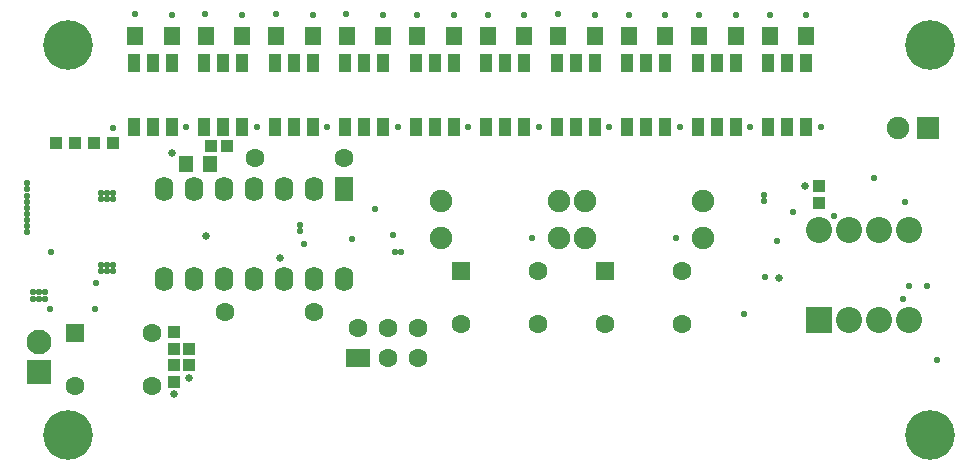
<source format=gts>
G04*
G04 #@! TF.GenerationSoftware,Altium Limited,Altium Designer,23.5.1 (21)*
G04*
G04 Layer_Color=8388736*
%FSLAX25Y25*%
%MOIN*%
G70*
G04*
G04 #@! TF.SameCoordinates,DE79A155-BC9A-472D-AE6B-8F39F035A5D6*
G04*
G04*
G04 #@! TF.FilePolarity,Negative*
G04*
G01*
G75*
%ADD24R,0.03950X0.03950*%
%ADD25R,0.04737X0.05721*%
%ADD26R,0.03950X0.03950*%
%ADD27R,0.04331X0.04134*%
%ADD28R,0.04331X0.06299*%
%ADD29R,0.05512X0.06299*%
%ADD30R,0.08268X0.06299*%
%ADD31C,0.06299*%
%ADD32O,0.06299X0.08268*%
%ADD33R,0.06299X0.08268*%
%ADD34C,0.16535*%
%ADD35C,0.06331*%
%ADD36R,0.06331X0.06331*%
%ADD37R,0.08268X0.08268*%
%ADD38C,0.08268*%
%ADD39C,0.08674*%
%ADD40R,0.08674X0.08674*%
%ADD41C,0.07480*%
%ADD42R,0.07480X0.07480*%
%ADD43C,0.02165*%
%ADD44C,0.02572*%
D24*
X35484Y23161D02*
D03*
Y17650D02*
D03*
Y34284D02*
D03*
Y28772D02*
D03*
X40522Y23260D02*
D03*
Y28772D02*
D03*
X250356Y82961D02*
D03*
Y77449D02*
D03*
D25*
X47397Y90271D02*
D03*
X39523D02*
D03*
D26*
X53224Y96433D02*
D03*
X47713D02*
D03*
D27*
X8898Y97441D02*
D03*
X15197Y97441D02*
D03*
X-3799Y97441D02*
D03*
X2500D02*
D03*
D28*
X45527Y102626D02*
D03*
X51827D02*
D03*
X58126D02*
D03*
Y123886D02*
D03*
X51827D02*
D03*
X45527D02*
D03*
X22027D02*
D03*
X28327D02*
D03*
X34626D02*
D03*
Y102626D02*
D03*
X28327D02*
D03*
X22027D02*
D03*
X69028D02*
D03*
X75327D02*
D03*
X81626D02*
D03*
Y123886D02*
D03*
X75327D02*
D03*
X69028D02*
D03*
X92528D02*
D03*
X98827D02*
D03*
X105126D02*
D03*
Y102626D02*
D03*
X98827D02*
D03*
X92528D02*
D03*
X116027D02*
D03*
X122327D02*
D03*
X128626D02*
D03*
Y123886D02*
D03*
X122327D02*
D03*
X116027D02*
D03*
X139527D02*
D03*
X145827D02*
D03*
X152126D02*
D03*
Y102626D02*
D03*
X145827D02*
D03*
X139527D02*
D03*
X163028D02*
D03*
X169327D02*
D03*
X175626D02*
D03*
Y123886D02*
D03*
X169327D02*
D03*
X163028D02*
D03*
X186527Y123886D02*
D03*
X192827D02*
D03*
X199126D02*
D03*
Y102626D02*
D03*
X192827D02*
D03*
X186527D02*
D03*
X210027Y102626D02*
D03*
X216327D02*
D03*
X222626D02*
D03*
Y123885D02*
D03*
X216327D02*
D03*
X210027D02*
D03*
X233527Y123885D02*
D03*
X239826D02*
D03*
X246125D02*
D03*
Y102625D02*
D03*
X239826D02*
D03*
X233527D02*
D03*
D29*
X116430Y132976D02*
D03*
X128626Y132933D02*
D03*
X233930Y132976D02*
D03*
X246126Y132933D02*
D03*
X210430Y132976D02*
D03*
X222626Y132933D02*
D03*
X186930Y132976D02*
D03*
X199126Y132933D02*
D03*
X163430Y132976D02*
D03*
X175626Y132933D02*
D03*
X139930Y132976D02*
D03*
X152126Y132933D02*
D03*
X92930Y132976D02*
D03*
X105126Y132933D02*
D03*
X69430Y132976D02*
D03*
X81626Y132933D02*
D03*
X45930Y132976D02*
D03*
X58126Y132933D02*
D03*
X22411Y132996D02*
D03*
X34606Y132953D02*
D03*
D30*
X96757Y25807D02*
D03*
D31*
X106757D02*
D03*
X116757D02*
D03*
Y35807D02*
D03*
X106757D02*
D03*
X96757D02*
D03*
X92090Y92386D02*
D03*
X62563D02*
D03*
X52563Y40862D02*
D03*
X82091D02*
D03*
D32*
Y51933D02*
D03*
X92090D02*
D03*
X72091D02*
D03*
X62090D02*
D03*
X52091D02*
D03*
X42090D02*
D03*
X32090D02*
D03*
Y81933D02*
D03*
X42090Y81933D02*
D03*
X52091D02*
D03*
X62090D02*
D03*
X72091D02*
D03*
X82091D02*
D03*
D33*
X92090Y81933D02*
D03*
D34*
X287402Y0D02*
D03*
Y129921D02*
D03*
X0D02*
D03*
Y0D02*
D03*
D35*
X27996Y16441D02*
D03*
X2406D02*
D03*
X27996Y34157D02*
D03*
X204732Y54587D02*
D03*
Y36870D02*
D03*
X179142D02*
D03*
X156791Y54591D02*
D03*
Y36874D02*
D03*
X131201D02*
D03*
D36*
X2406Y34157D02*
D03*
X179142Y54587D02*
D03*
X131201Y54591D02*
D03*
D37*
X-9673Y21028D02*
D03*
D38*
Y31028D02*
D03*
D39*
X250492Y68390D02*
D03*
X260492D02*
D03*
X270492D02*
D03*
X280492D02*
D03*
Y38390D02*
D03*
X270492D02*
D03*
X260492D02*
D03*
D40*
X250492D02*
D03*
D41*
X124390Y78095D02*
D03*
X163760D02*
D03*
X211661Y78051D02*
D03*
X172291D02*
D03*
X172252Y65689D02*
D03*
X211622D02*
D03*
X163681Y65693D02*
D03*
X124311D02*
D03*
X276614Y102402D02*
D03*
D42*
X286614D02*
D03*
D43*
X78649Y63502D02*
D03*
X77549Y69882D02*
D03*
Y67835D02*
D03*
X236472Y64571D02*
D03*
X268783Y85563D02*
D03*
X62937Y102626D02*
D03*
X15197Y102402D02*
D03*
X289823Y25122D02*
D03*
X286319Y49610D02*
D03*
X278405Y45437D02*
D03*
X255413Y73075D02*
D03*
X280492Y49531D02*
D03*
X279193Y77524D02*
D03*
X232421Y52720D02*
D03*
X225492Y40437D02*
D03*
X232224Y79925D02*
D03*
X232224Y77878D02*
D03*
X241909Y74256D02*
D03*
X154787Y65693D02*
D03*
X94776Y65433D02*
D03*
X102335Y75472D02*
D03*
X108988Y60866D02*
D03*
X202689Y65650D02*
D03*
X86437Y102626D02*
D03*
X156937D02*
D03*
X39437D02*
D03*
X15236Y80650D02*
D03*
X15236Y78603D02*
D03*
X13189Y80650D02*
D03*
Y78603D02*
D03*
X9173Y42126D02*
D03*
X-6024Y42126D02*
D03*
X-5551Y60905D02*
D03*
X108516Y66540D02*
D03*
X9252Y50611D02*
D03*
X11142Y54508D02*
D03*
Y56555D02*
D03*
X13189D02*
D03*
Y54508D02*
D03*
X-13740Y67520D02*
D03*
X-13740Y69567D02*
D03*
X-13740Y71614D02*
D03*
X-13740Y73662D02*
D03*
X-13740Y75709D02*
D03*
X-13740Y77756D02*
D03*
X-13740Y83898D02*
D03*
X-13740Y81850D02*
D03*
X-13740Y79803D02*
D03*
X-11614Y47520D02*
D03*
X-9567Y47520D02*
D03*
X-7520Y47520D02*
D03*
X11142Y78603D02*
D03*
Y80650D02*
D03*
X45911Y140161D02*
D03*
X186930Y140142D02*
D03*
X111035Y60866D02*
D03*
X15236Y54508D02*
D03*
Y56555D02*
D03*
X-9567Y45472D02*
D03*
X-7520D02*
D03*
X-11614D02*
D03*
X246126Y140098D02*
D03*
X233930Y140142D02*
D03*
X175626Y140098D02*
D03*
X163411Y140161D02*
D03*
X199126Y140098D02*
D03*
X210430Y140142D02*
D03*
X222626Y140098D02*
D03*
X105126D02*
D03*
X92911Y140161D02*
D03*
X116430Y140142D02*
D03*
X128626Y140098D02*
D03*
X139930Y140142D02*
D03*
X152126Y140098D02*
D03*
X81606Y140118D02*
D03*
X69411Y140161D02*
D03*
X58106Y140118D02*
D03*
X22391Y140181D02*
D03*
X34606Y140118D02*
D03*
X250936Y102625D02*
D03*
X227437Y102626D02*
D03*
X203937Y102626D02*
D03*
X180437Y102626D02*
D03*
X133437D02*
D03*
X109937D02*
D03*
D44*
X46169Y66421D02*
D03*
X70866Y59055D02*
D03*
X35484Y13606D02*
D03*
X40522Y19124D02*
D03*
X245854Y82961D02*
D03*
X34638Y93902D02*
D03*
X237197Y52248D02*
D03*
M02*

</source>
